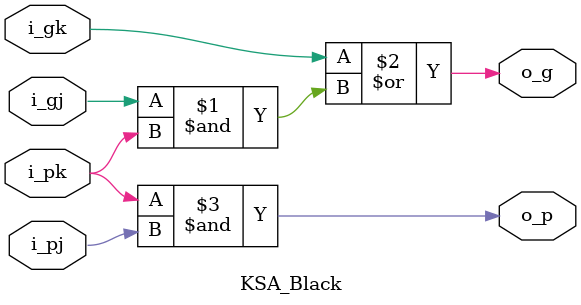
<source format=sv>
module KSA_Black(
  input  logic  i_pj    ,
  input  logic  i_gj    ,
  input  logic  i_pk    ,
  input  logic  i_gk    ,
  output logic  o_g     ,
  output logic  o_p     
);

assign o_g = i_gk | (i_gj & i_pk);
assign o_p = i_pk & i_pj;

endmodule

</source>
